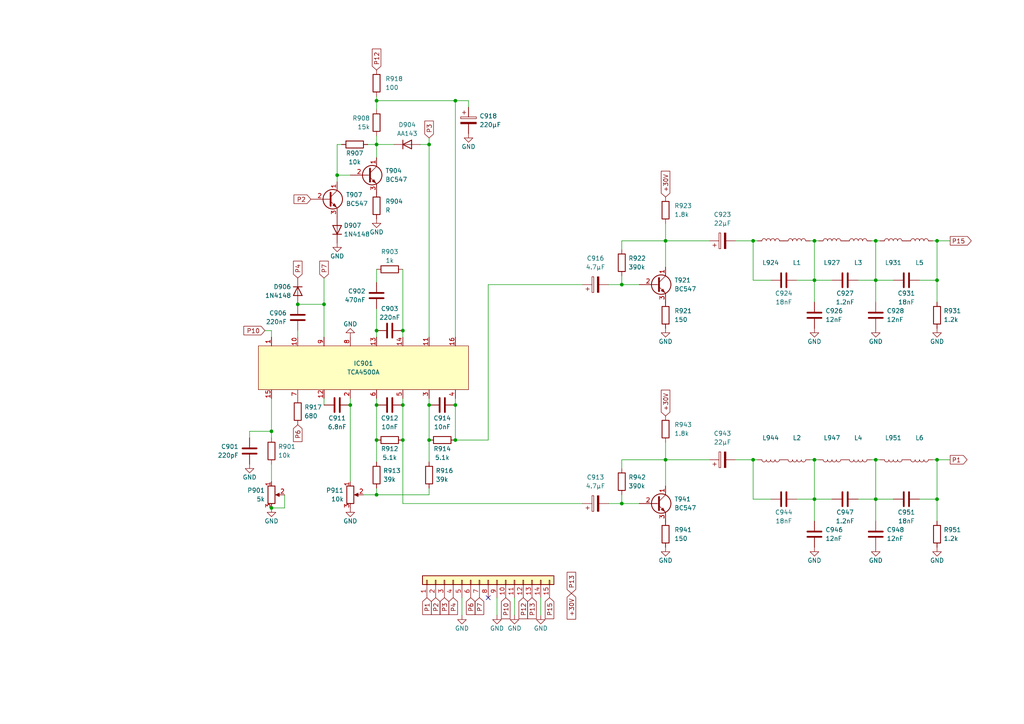
<source format=kicad_sch>
(kicad_sch (version 20211123) (generator eeschema)
  (paper "A4")
  (lib_symbols
    (symbol "Connector_Generic:Conn_01x15" (pin_names (offset 1.016) hide)
      (property "Reference" "J" (at 0 20.32 0))
      (property "Value" "Conn_01x15" (at 0 -20.32 0))
      (symbol "Conn_01x15_1_1"
        (rectangle (start -1.27 -17.653) (end 0 -17.907) (stroke (width 0.1524)))
        (rectangle (start -1.27 -15.113) (end 0 -15.367) (stroke (width 0.1524)))
        (rectangle (start -1.27 -12.573) (end 0 -12.827) (stroke (width 0.1524)))
        (rectangle (start -1.27 -10.033) (end 0 -10.287) (stroke (width 0.1524)))
        (rectangle (start -1.27 -7.493) (end 0 -7.747) (stroke (width 0.1524)))
        (rectangle (start -1.27 -4.953) (end 0 -5.207) (stroke (width 0.1524)))
        (rectangle (start -1.27 -2.413) (end 0 -2.667) (stroke (width 0.1524)))
        (rectangle (start -1.27 0.127) (end 0 -0.127) (stroke (width 0.1524)))
        (rectangle (start -1.27 2.667) (end 0 2.413) (stroke (width 0.1524)))
        (rectangle (start -1.27 5.207) (end 0 4.953) (stroke (width 0.1524)))
        (rectangle (start -1.27 7.747) (end 0 7.493) (stroke (width 0.1524)))
        (rectangle (start -1.27 10.287) (end 0 10.033) (stroke (width 0.1524)))
        (rectangle (start -1.27 12.827) (end 0 12.573) (stroke (width 0.1524)))
        (rectangle (start -1.27 15.367) (end 0 15.113) (stroke (width 0.1524)))
        (rectangle (start -1.27 17.907) (end 0 17.653) (stroke (width 0.1524)))
        (rectangle (start -1.27 19.05) (end 1.27 -19.05) (stroke (width 0.254)) (fill (type background)))
        (pin passive line (at -5.08 17.78 0) (length 3.81) (name "Pin_1") (number "1"))
        (pin passive line (at -5.08 -5.08 0) (length 3.81) (name "Pin_10") (number "10"))
        (pin passive line (at -5.08 -7.62 0) (length 3.81) (name "Pin_11") (number "11"))
        (pin passive line (at -5.08 -10.16 0) (length 3.81) (name "Pin_12") (number "12"))
        (pin passive line (at -5.08 -12.7 0) (length 3.81) (name "Pin_13") (number "13"))
        (pin passive line (at -5.08 -15.24 0) (length 3.81) (name "Pin_14") (number "14"))
        (pin passive line (at -5.08 -17.78 0) (length 3.81) (name "Pin_15") (number "15"))
        (pin passive line (at -5.08 15.24 0) (length 3.81) (name "Pin_2") (number "2"))
        (pin passive line (at -5.08 12.7 0) (length 3.81) (name "Pin_3") (number "3"))
        (pin passive line (at -5.08 10.16 0) (length 3.81) (name "Pin_4") (number "4"))
        (pin passive line (at -5.08 7.62 0) (length 3.81) (name "Pin_5") (number "5"))
        (pin passive line (at -5.08 5.08 0) (length 3.81) (name "Pin_6") (number "6"))
        (pin passive line (at -5.08 2.54 0) (length 3.81) (name "Pin_7") (number "7"))
        (pin passive line (at -5.08 0 0) (length 3.81) (name "Pin_8") (number "8"))
        (pin passive line (at -5.08 -2.54 0) (length 3.81) (name "Pin_9") (number "9"))
      )
    )
    (symbol "Device:C" (pin_numbers hide) (pin_names (offset 0.254))
      (property "Reference" "C" (at 0.635 2.54 0))
      (property "Value" "C" (at 0.635 -2.54 0))
      (symbol "C_0_1"
        (polyline (pts (xy -2.032 -0.762) (xy 2.032 -0.762)) (stroke (width 0.508)))
        (polyline (pts (xy -2.032 0.762) (xy 2.032 0.762)) (stroke (width 0.508)))
      )
      (symbol "C_1_1"
        (pin passive line (at 0 3.81 270) (length 2.794) (name "~") (number "1"))
        (pin passive line (at 0 -3.81 90) (length 2.794) (name "~") (number "2"))
      )
    )
    (symbol "Device:C_Polarized" (pin_numbers hide) (pin_names (offset 0.254))
      (property "Reference" "C" (at 0.635 2.54 0))
      (property "Value" "C_Polarized" (at 0.635 -2.54 0))
      (symbol "C_Polarized_0_1"
        (rectangle (start -2.286 0.508) (end 2.286 1.016))
        (polyline (pts (xy -1.778 2.286) (xy -0.762 2.286)))
        (polyline (pts (xy -1.27 2.794) (xy -1.27 1.778)))
        (rectangle (start 2.286 -0.508) (end -2.286 -1.016) (fill (type outline)))
      )
      (symbol "C_Polarized_1_1"
        (pin passive line (at 0 3.81 270) (length 2.794) (name "~") (number "1"))
        (pin passive line (at 0 -3.81 90) (length 2.794) (name "~") (number "2"))
      )
    )
    (symbol "Device:D" (pin_numbers hide) (pin_names (offset 1.016) hide)
      (property "Reference" "D" (at 0 2.54 0))
      (property "Value" "D" (at 0 -2.54 0))
      (symbol "D_0_1"
        (polyline (pts (xy -1.27 1.27) (xy -1.27 -1.27)) (stroke (width 0.254)))
        (polyline (pts (xy 1.27 0) (xy -1.27 0)))
        (polyline (pts (xy 1.27 1.27) (xy 1.27 -1.27) (xy -1.27 0) (xy 1.27 1.27)) (stroke (width 0.254)))
      )
      (symbol "D_1_1"
        (pin passive line (at -3.81 0 0) (length 2.54) (name "K") (number "1"))
        (pin passive line (at 3.81 0 180) (length 2.54) (name "A") (number "2"))
      )
    )
    (symbol "Device:L" (pin_numbers hide) (pin_names (offset 1.016) hide)
      (property "Reference" "L" (at -1.27 0 90))
      (property "Value" "L" (at 1.905 0 90))
      (symbol "L_0_1"
        (arc (start 0 -2.54) (mid 0.635 -1.905) (end 0 -1.27))
        (arc (start 0 -1.27) (mid 0.635 -0.635) (end 0 0))
        (arc (start 0 0) (mid 0.635 0.635) (end 0 1.27))
        (arc (start 0 1.27) (mid 0.635 1.905) (end 0 2.54))
      )
      (symbol "L_1_1"
        (pin passive line (at 0 3.81 270) (length 1.27) (name "1") (number "1"))
        (pin passive line (at 0 -3.81 90) (length 1.27) (name "2") (number "2"))
      )
    )
    (symbol "Device:R" (pin_numbers hide) (pin_names (offset 0))
      (property "Reference" "R" (at 2.032 0 90))
      (property "Value" "R" (at 0 0 90))
      (symbol "R_0_1"
        (rectangle (start -1.016 -2.54) (end 1.016 2.54) (stroke (width 0.254)))
      )
      (symbol "R_1_1"
        (pin passive line (at 0 3.81 270) (length 1.27) (name "~") (number "1"))
        (pin passive line (at 0 -3.81 90) (length 1.27) (name "~") (number "2"))
      )
    )
    (symbol "Device:R_Potentiometer" (pin_names (offset 1.016) hide)
      (property "Reference" "RV" (at -4.445 0 90))
      (property "Value" "R_Potentiometer" (at -2.54 0 90))
      (symbol "R_Potentiometer_0_1"
        (polyline (pts (xy 2.54 0) (xy 1.524 0)))
        (polyline (pts (xy 1.143 0) (xy 2.286 0.508) (xy 2.286 -0.508) (xy 1.143 0)) (fill (type outline)))
        (rectangle (start 1.016 2.54) (end -1.016 -2.54) (stroke (width 0.254)))
      )
      (symbol "R_Potentiometer_1_1"
        (pin passive line (at 0 3.81 270) (length 1.27) (name "1") (number "1"))
        (pin passive line (at 3.81 0 180) (length 1.27) (name "2") (number "2"))
        (pin passive line (at 0 -3.81 90) (length 1.27) (name "3") (number "3"))
      )
    )
    (symbol "Stereo-Decoder-Modul:TCA4500A"
      (property "Reference" "U" (at 3.81 -13.97 0))
      (property "Value" "TCA4500A" (at 0 0 0))
      (symbol "TCA4500A_0_1"
        (rectangle (start -30.48 6.35) (end 30.48 -6.35) (fill (type background)))
      )
      (symbol "TCA4500A_1_1"
        (pin input line (at -26.67 8.89 270) (length 2.54) (name "") (number "1"))
        (pin input line (at -19.05 8.89 270) (length 2.54) (name "") (number "10"))
        (pin input line (at 19.05 8.89 270) (length 2.54) (name "") (number "11"))
        (pin input line (at -11.43 -8.89 90) (length 2.54) (name "") (number "12"))
        (pin input line (at 3.81 8.89 270) (length 2.54) (name "") (number "13"))
        (pin input line (at 11.43 8.89 270) (length 2.54) (name "") (number "14"))
        (pin input line (at -26.67 -8.89 90) (length 2.54) (name "") (number "15"))
        (pin input line (at 26.67 8.89 270) (length 2.54) (name "") (number "16"))
        (pin input line (at -3.81 -8.89 90) (length 2.54) (name "") (number "2"))
        (pin input line (at 19.05 -8.89 90) (length 2.54) (name "") (number "3"))
        (pin input line (at 26.67 -8.89 90) (length 2.54) (name "") (number "4"))
        (pin input line (at 11.43 -8.89 90) (length 2.54) (name "") (number "5"))
        (pin input line (at 3.81 -8.89 90) (length 2.54) (name "") (number "6"))
        (pin input line (at -19.05 -8.89 90) (length 2.54) (name "") (number "7"))
        (pin input line (at -3.81 8.89 270) (length 2.54) (name "") (number "8"))
        (pin input line (at -11.43 8.89 270) (length 2.54) (name "") (number "9"))
      )
    )
    (symbol "Transistor_BJT:BC547" (pin_names (offset 0) hide)
      (property "Reference" "Q" (at 5.08 1.905 0))
      (property "Value" "BC547" (at 5.08 0 0))
      (symbol "BC547_0_1"
        (polyline (pts (xy 0 0) (xy 0.635 0)))
        (polyline (pts (xy 0.635 0.635) (xy 2.54 2.54)))
        (polyline (pts (xy 0.635 -0.635) (xy 2.54 -2.54) (xy 2.54 -2.54)))
        (polyline (pts (xy 0.635 1.905) (xy 0.635 -1.905) (xy 0.635 -1.905)) (stroke (width 0.508)))
        (polyline (pts (xy 1.27 -1.778) (xy 1.778 -1.27) (xy 2.286 -2.286) (xy 1.27 -1.778) (xy 1.27 -1.778)) (fill (type outline)))
        (circle (center 1.27 0) (radius 2.8194) (stroke (width 0.254)))
      )
      (symbol "BC547_1_1"
        (pin passive line (at 2.54 5.08 270) (length 2.54) (name "C") (number "1"))
        (pin input line (at -5.08 0 0) (length 5.08) (name "B") (number "2"))
        (pin passive line (at 2.54 -5.08 90) (length 2.54) (name "E") (number "3"))
      )
    )
    (symbol "power:GND" (power) (pin_names (offset 0))
      (property "Value" "GND" (at 0 -3.81 0))
      (symbol "GND_0_1"
        (polyline (pts (xy 0 0) (xy 0 -1.27) (xy 1.27 -1.27) (xy 0 -2.54) (xy -1.27 -1.27) (xy 0 -1.27)))
      )
      (symbol "GND_1_1"
        (pin power_in line (at 0 0 270) (length 0) hide (name "GND") (number "1"))
      )
    )
  )
  (junction (at 109.22 41.91))
  (junction (at 236.22 81.28))
  (junction (at 180.34 82.55))
  (junction (at 109.22 127.635))
  (junction (at 124.46 117.475))
  (junction (at 193.04 69.85))
  (junction (at 116.84 117.475))
  (junction (at 254 133.35))
  (junction (at 271.78 81.28))
  (junction (at 254 69.85))
  (junction (at 109.22 143.51))
  (junction (at 116.84 127.635))
  (junction (at 236.22 133.35))
  (junction (at 124.46 127.635))
  (junction (at 271.78 69.85))
  (junction (at 218.44 69.85))
  (junction (at 116.84 95.885))
  (junction (at 193.04 133.35))
  (junction (at 254 81.28))
  (junction (at 271.78 133.35))
  (junction (at 78.74 125.095))
  (junction (at 132.08 29.21))
  (junction (at 109.22 95.885))
  (junction (at 271.78 144.78))
  (junction (at 180.34 146.05))
  (junction (at 109.22 29.21))
  (junction (at 97.79 50.8))
  (junction (at 236.22 144.78))
  (junction (at 132.08 127.635))
  (junction (at 236.22 69.85))
  (junction (at 218.44 133.35))
  (junction (at 86.36 88.265))
  (junction (at 93.98 88.265))
  (junction (at 78.74 147.32))
  (junction (at 101.6 117.475))
  (junction (at 124.46 41.91))
  (junction (at 254 144.78))
  (junction (at 132.08 117.475))
  (junction (at 109.22 117.475))
  (no_connect (at 141.605 173.355))
  (wire (pts (xy 78.74 95.885) (xy 78.74 97.79)))
  (wire (pts (xy 121.92 41.91) (xy 124.46 41.91)))
  (wire (pts (xy 266.7 144.78) (xy 271.78 144.78)))
  (wire (pts (xy 97.79 50.8) (xy 97.79 52.705)))
  (wire (pts (xy 236.22 69.85) (xy 236.22 81.28)))
  (wire (pts (xy 176.53 82.55) (xy 180.34 82.55)))
  (wire (pts (xy 72.39 125.095) (xy 78.74 125.095)))
  (wire (pts (xy 231.14 81.28) (xy 236.22 81.28)))
  (wire (pts (xy 116.84 95.885) (xy 116.84 97.79)))
  (wire (pts (xy 86.36 95.885) (xy 86.36 97.79)))
  (wire (pts (xy 106.68 41.91) (xy 109.22 41.91)))
  (wire (pts (xy 180.34 69.85) (xy 180.34 72.39)))
  (wire (pts (xy 141.605 127.635) (xy 141.605 82.55)))
  (wire (pts (xy 132.08 115.57) (xy 132.08 117.475)))
  (wire (pts (xy 236.22 81.28) (xy 236.22 87.63)))
  (wire (pts (xy 149.225 173.355) (xy 149.225 178.435)))
  (wire (pts (xy 72.39 127) (xy 72.39 125.095)))
  (wire (pts (xy 116.84 146.05) (xy 168.91 146.05)))
  (wire (pts (xy 180.34 133.35) (xy 193.04 133.35)))
  (wire (pts (xy 78.74 125.095) (xy 78.74 127)))
  (wire (pts (xy 218.44 133.35) (xy 218.44 144.78)))
  (wire (pts (xy 236.22 81.28) (xy 241.3 81.28)))
  (wire (pts (xy 109.22 41.91) (xy 109.22 45.72)))
  (wire (pts (xy 271.78 144.78) (xy 271.78 151.13)))
  (wire (pts (xy 271.78 69.85) (xy 271.78 81.28)))
  (wire (pts (xy 101.6 115.57) (xy 101.6 117.475)))
  (wire (pts (xy 105.41 143.51) (xy 109.22 143.51)))
  (wire (pts (xy 109.22 89.535) (xy 109.22 95.885)))
  (wire (pts (xy 254 133.35) (xy 255.27 133.35)))
  (wire (pts (xy 101.6 117.475) (xy 101.6 139.7)))
  (wire (pts (xy 254 81.28) (xy 259.08 81.28)))
  (wire (pts (xy 180.34 69.85) (xy 193.04 69.85)))
  (wire (pts (xy 176.53 146.05) (xy 180.34 146.05)))
  (wire (pts (xy 97.79 50.8) (xy 97.79 41.91)))
  (wire (pts (xy 252.73 133.35) (xy 254 133.35)))
  (wire (pts (xy 109.22 115.57) (xy 109.22 117.475)))
  (wire (pts (xy 109.22 39.37) (xy 109.22 41.91)))
  (wire (pts (xy 271.78 81.28) (xy 271.78 87.63)))
  (wire (pts (xy 124.46 97.79) (xy 124.46 41.91)))
  (wire (pts (xy 109.22 117.475) (xy 109.22 127.635)))
  (wire (pts (xy 141.605 82.55) (xy 168.91 82.55)))
  (wire (pts (xy 124.46 40.005) (xy 124.46 41.91)))
  (wire (pts (xy 236.22 133.35) (xy 237.49 133.35)))
  (wire (pts (xy 144.145 173.355) (xy 144.145 178.435)))
  (wire (pts (xy 254 144.78) (xy 259.08 144.78)))
  (wire (pts (xy 234.95 133.35) (xy 236.22 133.35)))
  (wire (pts (xy 116.84 115.57) (xy 116.84 117.475)))
  (wire (pts (xy 116.84 78.105) (xy 116.84 95.885)))
  (wire (pts (xy 193.04 133.35) (xy 205.74 133.35)))
  (wire (pts (xy 109.22 41.91) (xy 114.3 41.91)))
  (wire (pts (xy 82.55 143.51) (xy 82.55 147.32)))
  (wire (pts (xy 252.73 69.85) (xy 254 69.85)))
  (wire (pts (xy 234.95 69.85) (xy 236.22 69.85)))
  (wire (pts (xy 109.22 127.635) (xy 109.22 133.985)))
  (wire (pts (xy 271.78 69.85) (xy 275.59 69.85)))
  (wire (pts (xy 218.44 69.85) (xy 218.44 81.28)))
  (wire (pts (xy 271.78 133.35) (xy 275.59 133.35)))
  (wire (pts (xy 213.36 133.35) (xy 218.44 133.35)))
  (wire (pts (xy 93.98 88.265) (xy 93.98 97.79)))
  (wire (pts (xy 270.51 133.35) (xy 271.78 133.35)))
  (wire (pts (xy 109.22 95.885) (xy 109.22 97.79)))
  (wire (pts (xy 193.04 133.35) (xy 193.04 140.97)))
  (wire (pts (xy 93.98 115.57) (xy 93.98 117.475)))
  (wire (pts (xy 124.46 115.57) (xy 124.46 117.475)))
  (wire (pts (xy 193.04 64.77) (xy 193.04 69.85)))
  (wire (pts (xy 116.84 127.635) (xy 116.84 146.05)))
  (wire (pts (xy 97.79 41.91) (xy 99.06 41.91)))
  (wire (pts (xy 180.34 82.55) (xy 185.42 82.55)))
  (wire (pts (xy 180.34 80.01) (xy 180.34 82.55)))
  (wire (pts (xy 109.22 29.21) (xy 132.08 29.21)))
  (wire (pts (xy 93.98 80.645) (xy 93.98 88.265)))
  (wire (pts (xy 124.46 127.635) (xy 124.46 133.985)))
  (wire (pts (xy 78.74 134.62) (xy 78.74 139.7)))
  (wire (pts (xy 254 69.85) (xy 254 81.28)))
  (wire (pts (xy 213.36 69.85) (xy 218.44 69.85)))
  (wire (pts (xy 193.04 128.27) (xy 193.04 133.35)))
  (wire (pts (xy 116.84 117.475) (xy 116.84 127.635)))
  (wire (pts (xy 180.34 133.35) (xy 180.34 135.89)))
  (wire (pts (xy 132.08 127.635) (xy 141.605 127.635)))
  (wire (pts (xy 109.22 27.94) (xy 109.22 29.21)))
  (wire (pts (xy 180.34 143.51) (xy 180.34 146.05)))
  (wire (pts (xy 270.51 69.85) (xy 271.78 69.85)))
  (wire (pts (xy 271.78 133.35) (xy 271.78 144.78)))
  (wire (pts (xy 156.845 173.355) (xy 156.845 178.435)))
  (wire (pts (xy 101.6 50.8) (xy 97.79 50.8)))
  (wire (pts (xy 223.52 81.28) (xy 218.44 81.28)))
  (wire (pts (xy 218.44 144.78) (xy 223.52 144.78)))
  (wire (pts (xy 135.89 29.21) (xy 132.08 29.21)))
  (wire (pts (xy 78.74 115.57) (xy 78.74 125.095)))
  (wire (pts (xy 231.14 144.78) (xy 236.22 144.78)))
  (wire (pts (xy 86.36 88.265) (xy 93.98 88.265)))
  (wire (pts (xy 236.22 69.85) (xy 237.49 69.85)))
  (wire (pts (xy 133.985 173.355) (xy 133.985 178.435)))
  (wire (pts (xy 254 144.78) (xy 254 151.13)))
  (wire (pts (xy 254 69.85) (xy 255.27 69.85)))
  (wire (pts (xy 124.46 141.605) (xy 124.46 143.51)))
  (wire (pts (xy 236.22 144.78) (xy 236.22 151.13)))
  (wire (pts (xy 109.22 141.605) (xy 109.22 143.51)))
  (wire (pts (xy 124.46 117.475) (xy 124.46 127.635)))
  (wire (pts (xy 218.44 69.85) (xy 219.71 69.85)))
  (wire (pts (xy 132.08 117.475) (xy 132.08 127.635)))
  (wire (pts (xy 254 81.28) (xy 254 87.63)))
  (wire (pts (xy 248.92 144.78) (xy 254 144.78)))
  (wire (pts (xy 218.44 133.35) (xy 219.71 133.35)))
  (wire (pts (xy 109.22 78.105) (xy 109.22 81.915)))
  (wire (pts (xy 109.22 29.21) (xy 109.22 31.75)))
  (wire (pts (xy 236.22 133.35) (xy 236.22 144.78)))
  (wire (pts (xy 82.55 147.32) (xy 78.74 147.32)))
  (wire (pts (xy 193.04 69.85) (xy 193.04 77.47)))
  (wire (pts (xy 76.835 95.885) (xy 78.74 95.885)))
  (wire (pts (xy 135.89 31.115) (xy 135.89 29.21)))
  (wire (pts (xy 236.22 144.78) (xy 241.3 144.78)))
  (wire (pts (xy 248.92 81.28) (xy 254 81.28)))
  (wire (pts (xy 193.04 69.85) (xy 205.74 69.85)))
  (wire (pts (xy 132.08 29.21) (xy 132.08 97.79)))
  (wire (pts (xy 180.34 146.05) (xy 185.42 146.05)))
  (wire (pts (xy 266.7 81.28) (xy 271.78 81.28)))
  (wire (pts (xy 254 133.35) (xy 254 144.78)))
  (wire (pts (xy 109.22 143.51) (xy 124.46 143.51)))
  (global_label "P7" (shape input) (at 139.065 173.355 270) (property "Intersheet References" "${INTERSHEET_REFS}" (effects hide)))
  (global_label "P10" (shape input) (at 146.685 173.355 270) (property "Intersheet References" "${INTERSHEET_REFS}" (effects hide)))
  (global_label "P3" (shape input) (at 128.905 173.355 270) (property "Intersheet References" "${INTERSHEET_REFS}" (effects hide)))
  (global_label "P4" (shape input) (at 131.445 173.355 270) (property "Intersheet References" "${INTERSHEET_REFS}" (effects hide)))
  (global_label "P13" (shape input) (at 165.735 172.085 90) (property "Intersheet References" "${INTERSHEET_REFS}" (effects hide)))
  (global_label "P6" (shape input) (at 86.36 123.19 270) (property "Intersheet References" "${INTERSHEET_REFS}" (effects hide)))
  (global_label "P15" (shape input) (at 159.385 173.355 270) (property "Intersheet References" "${INTERSHEET_REFS}" (effects hide)))
  (global_label "P2" (shape input) (at 126.365 173.355 270) (property "Intersheet References" "${INTERSHEET_REFS}" (effects hide)))
  (global_label "P7" (shape input) (at 93.98 80.645 90) (property "Intersheet References" "${INTERSHEET_REFS}" (effects hide)))
  (global_label "+30V" (shape input) (at 165.735 172.085 270) (property "Intersheet References" "${INTERSHEET_REFS}" (effects hide)))
  (global_label "+30V" (shape input) (at 193.04 57.15 90) (property "Intersheet References" "${INTERSHEET_REFS}" (effects hide)))
  (global_label "P3" (shape input) (at 124.46 40.005 90) (property "Intersheet References" "${INTERSHEET_REFS}" (effects hide)))
  (global_label "P15" (shape output) (at 275.59 69.85 0) (property "Intersheet References" "${INTERSHEET_REFS}" (effects hide)))
  (global_label "P10" (shape input) (at 76.835 95.885 180) (property "Intersheet References" "${INTERSHEET_REFS}" (effects hide)))
  (global_label "P12" (shape input) (at 151.765 173.355 270) (property "Intersheet References" "${INTERSHEET_REFS}" (effects hide)))
  (global_label "P12" (shape input) (at 109.22 20.32 90) (property "Intersheet References" "${INTERSHEET_REFS}" (effects hide)))
  (global_label "+30V" (shape input) (at 193.04 120.65 90) (property "Intersheet References" "${INTERSHEET_REFS}" (effects hide)))
  (global_label "P1" (shape input) (at 123.825 173.355 270) (property "Intersheet References" "${INTERSHEET_REFS}" (effects hide)))
  (global_label "P6" (shape input) (at 136.525 173.355 270) (property "Intersheet References" "${INTERSHEET_REFS}" (effects hide)))
  (global_label "P13" (shape input) (at 154.305 173.355 270) (property "Intersheet References" "${INTERSHEET_REFS}" (effects hide)))
  (global_label "P4" (shape input) (at 86.36 80.645 90) (property "Intersheet References" "${INTERSHEET_REFS}" (effects hide)))
  (global_label "P1" (shape output) (at 275.59 133.35 0) (property "Intersheet References" "${INTERSHEET_REFS}" (effects hide)))
  (global_label "P2" (shape input) (at 90.17 57.785 180) (property "Intersheet References" "${INTERSHEET_REFS}" (effects hide)))
  (symbol (lib_id "Connector_Generic:Conn_01x15") (at 141.605 168.275 90) (unit 1)
    (property "Reference" "J1" (effects hide))
    (property "Value" "Conn_01x15" (effects hide))
    (property "Footprint" "Stereo-Decoder-Modul:Connector_01x15_5mm" (effects hide))
  )
  (symbol (lib_id "Device:C") (at 72.39 130.81 180) (unit 1)
    (property "Reference" "C901" (at 69.215 129.54 0) (effects (justify left)))
    (property "Value" "220pF" (at 69.215 132.08 0) (effects (justify left)))
    (property "Footprint" "Capacitor_THT:C_Rect_L7.2mm_W3.0mm_P5.00mm_FKS2_FKP2_MKS2_MKP2" (effects hide))
  )
  (symbol (lib_id "Device:R_Potentiometer") (at 78.74 143.51 0) (unit 1)
    (property "Reference" "P901" (at 76.835 142.2399 0) (effects (justify right)))
    (property "Value" "5k" (at 76.835 144.7799 0) (effects (justify right)))
    (property "Footprint" "Potentiometer_THT:Potentiometer_Piher_PT-10-H01_Horizontal" (effects hide))
  )
  (symbol (lib_id "Device:C") (at 245.11 81.28 90) (unit 1)
    (property "Reference" "C927" (at 245.11 85.09 90))
    (property "Value" "1.2nF" (at 245.11 87.63 90))
    (property "Footprint" "Capacitor_THT:C_Rect_L10.0mm_W3.0mm_P7.50mm_MKS4" (effects hide))
  )
  (symbol (lib_id "Device:C") (at 97.79 117.475 90) (unit 1)
    (property "Reference" "C911" (at 97.79 121.285 90))
    (property "Value" "6.8nF" (at 97.79 123.825 90))
    (property "Footprint" "Capacitor_THT:C_Rect_L7.2mm_W3.0mm_P5.00mm_FKS2_FKP2_MKS2_MKP2" (effects hide))
  )
  (symbol (lib_id "Device:L") (at 231.14 69.85 270) (mirror x) (unit 1)
    (property "Reference" "L1" (at 231.14 76.2 90))
    (property "Value" "3.3mH-4.7mH" (effects hide))
    (property "Footprint" "Inductor_THT:L_Axial_L11.0mm_D4.5mm_P5.08mm_Vertical_Fastron_MECC" (effects hide))
  )
  (symbol (lib_id "power:GND") (at 78.74 147.32 0) (unit 1)
    (property "Reference" "#PWR0102" (effects hide))
    (property "Value" "GND" (at 78.74 151.13 0))
  )
  (symbol (lib_id "Device:C_Polarized") (at 172.72 82.55 90) (unit 1)
    (property "Reference" "C916" (at 172.72 74.93 90))
    (property "Value" "4.7µF" (at 172.72 77.47 90))
    (property "Footprint" "Capacitor_THT:C_Rect_L7.2mm_W7.2mm_P5.00mm_FKS2_FKP2_MKS2_MKP2" (effects hide))
  )
  (symbol (lib_id "Device:L") (at 223.52 69.85 270) (mirror x) (unit 1)
    (property "Reference" "L924" (at 223.52 76.2 90))
    (property "Value" "3.3mH-4.7mH" (effects hide))
    (property "Footprint" "Inductor_THT:L_Axial_L11.0mm_D4.5mm_P5.08mm_Vertical_Fastron_MECC" (effects hide))
  )
  (symbol (lib_id "Device:C_Polarized") (at 209.55 133.35 90) (unit 1)
    (property "Reference" "C943" (at 209.55 125.73 90))
    (property "Value" "22µF" (at 209.55 128.27 90))
    (property "Footprint" "Capacitor_THT:CP_Radial_D5.0mm_P2.00mm" (effects hide))
  )
  (symbol (lib_id "Device:D") (at 97.79 66.675 90) (unit 1)
    (property "Reference" "D907" (at 99.695 65.405 90) (effects (justify right)))
    (property "Value" "1N4148" (at 99.695 67.945 90) (effects (justify right)))
    (property "Footprint" "Diode_THT:D_DO-35_SOD27_P5.08mm_Vertical_AnodeUp" (effects hide))
  )
  (symbol (lib_id "power:GND") (at 149.225 178.435 0) (unit 1)
    (property "Reference" "#PWR0123" (effects hide))
    (property "Value" "GND" (at 149.225 182.245 0))
  )
  (symbol (lib_id "Transistor_BJT:BC547") (at 106.68 50.8 0) (unit 1)
    (property "Reference" "T904" (at 111.76 49.5299 0) (effects (justify left)))
    (property "Value" "BC547" (at 111.76 52.0699 0) (effects (justify left)))
    (property "Footprint" "Package_TO_SOT_THT:TO-92_Wide" (effects hide))
    (property "Datasheet" "https://www.onsemi.com/pub/Collateral/BC550-D.pdf" (effects hide))
  )
  (symbol (lib_id "Device:L") (at 223.52 133.35 90) (mirror x) (unit 1)
    (property "Reference" "L944" (at 223.52 127 90))
    (property "Value" "3.3mH-4.7mH" (effects hide))
    (property "Footprint" "Inductor_THT:L_Axial_L11.0mm_D4.5mm_P5.08mm_Vertical_Fastron_MECC" (effects hide))
  )
  (symbol (lib_id "Device:C_Polarized") (at 172.72 146.05 90) (unit 1)
    (property "Reference" "C913" (at 172.72 138.43 90))
    (property "Value" "4.7µF" (at 172.72 140.97 90))
    (property "Footprint" "Capacitor_THT:C_Rect_L7.2mm_W7.2mm_P5.00mm_FKS2_FKP2_MKS2_MKP2" (effects hide))
  )
  (symbol (lib_id "Device:C") (at 113.03 95.885 90) (unit 1)
    (property "Reference" "C903" (at 113.03 89.535 90))
    (property "Value" "220nF" (at 113.03 92.075 90))
    (property "Footprint" "Capacitor_THT:C_Rect_L7.2mm_W3.0mm_P5.00mm_FKS2_FKP2_MKS2_MKP2" (effects hide))
  )
  (symbol (lib_id "power:GND") (at 72.39 134.62 0) (unit 1)
    (property "Reference" "#PWR0101" (effects hide))
    (property "Value" "GND" (at 72.39 138.43 0))
  )
  (symbol (lib_id "Device:R") (at 271.78 91.44 0) (unit 1)
    (property "Reference" "R931" (at 273.685 90.17 0) (effects (justify left)))
    (property "Value" "1.2k" (at 273.685 92.71 0) (effects (justify left)))
    (property "Footprint" "Resistor_THT:R_Axial_DIN0207_L6.3mm_D2.5mm_P5.08mm_Vertical" (effects hide))
  )
  (symbol (lib_id "Transistor_BJT:BC547") (at 190.5 146.05 0) (unit 1)
    (property "Reference" "T941" (at 195.58 144.7799 0) (effects (justify left)))
    (property "Value" "BC547" (at 195.58 147.3199 0) (effects (justify left)))
    (property "Footprint" "Package_TO_SOT_THT:TO-92_Wide" (effects hide))
    (property "Datasheet" "https://www.onsemi.com/pub/Collateral/BC550-D.pdf" (effects hide))
  )
  (symbol (lib_id "Device:C") (at 262.89 81.28 90) (unit 1)
    (property "Reference" "C931" (at 262.89 85.09 90))
    (property "Value" "18nF" (at 262.89 87.63 90))
    (property "Footprint" "Capacitor_THT:C_Rect_L10.0mm_W3.0mm_P7.50mm_MKS4" (effects hide))
  )
  (symbol (lib_id "Device:L") (at 266.7 133.35 90) (mirror x) (unit 1)
    (property "Reference" "L6" (at 266.7 127 90))
    (property "Value" "3.3mH-4.7mH" (effects hide))
    (property "Footprint" "Inductor_THT:L_Axial_L11.0mm_D4.5mm_P5.08mm_Vertical_Fastron_MECC" (effects hide))
  )
  (symbol (lib_id "Device:C") (at 262.89 144.78 90) (unit 1)
    (property "Reference" "C951" (at 262.89 148.59 90))
    (property "Value" "18nF" (at 262.89 151.13 90))
    (property "Footprint" "Capacitor_THT:C_Rect_L10.0mm_W3.0mm_P7.50mm_MKS4" (effects hide))
  )
  (symbol (lib_id "Device:R") (at 271.78 154.94 0) (unit 1)
    (property "Reference" "R951" (at 273.685 153.67 0) (effects (justify left)))
    (property "Value" "1.2k" (at 273.685 156.21 0) (effects (justify left)))
    (property "Footprint" "Resistor_THT:R_Axial_DIN0207_L6.3mm_D2.5mm_P5.08mm_Vertical" (effects hide))
  )
  (symbol (lib_id "power:GND") (at 236.22 158.75 0) (unit 1)
    (property "Reference" "#PWR0111" (effects hide))
    (property "Value" "GND" (at 236.22 162.56 0))
  )
  (symbol (lib_id "Device:C") (at 236.22 91.44 0) (unit 1)
    (property "Reference" "C926" (at 239.395 90.17 0) (effects (justify left)))
    (property "Value" "12nF" (at 239.395 92.71 0) (effects (justify left)))
    (property "Footprint" "Capacitor_THT:C_Rect_L10.0mm_W3.0mm_P7.50mm_MKS4" (effects hide))
  )
  (symbol (lib_id "Transistor_BJT:BC547") (at 190.5 82.55 0) (unit 1)
    (property "Reference" "T921" (at 195.58 81.2799 0) (effects (justify left)))
    (property "Value" "BC547" (at 195.58 83.8199 0) (effects (justify left)))
    (property "Footprint" "Package_TO_SOT_THT:TO-92_Wide" (effects hide))
    (property "Datasheet" "https://www.onsemi.com/pub/Collateral/BC550-D.pdf" (effects hide))
  )
  (symbol (lib_id "power:GND") (at 236.22 95.25 0) (unit 1)
    (property "Reference" "#PWR0113" (effects hide))
    (property "Value" "GND" (at 236.22 99.06 0))
  )
  (symbol (lib_id "power:GND") (at 101.6 147.32 0) (unit 1)
    (property "Reference" "#PWR0103" (effects hide))
    (property "Value" "GND" (at 101.6 151.13 0))
  )
  (symbol (lib_id "Device:R_Potentiometer") (at 101.6 143.51 0) (unit 1)
    (property "Reference" "P911" (at 99.695 142.2399 0) (effects (justify right)))
    (property "Value" "10k" (at 99.695 144.7799 0) (effects (justify right)))
    (property "Footprint" "Potentiometer_THT:Potentiometer_Piher_PT-10-H01_Horizontal" (effects hide))
  )
  (symbol (lib_id "power:GND") (at 144.145 178.435 0) (unit 1)
    (property "Reference" "#PWR0124" (effects hide))
    (property "Value" "GND" (at 144.145 182.245 0))
  )
  (symbol (lib_id "Device:C") (at 236.22 154.94 0) (unit 1)
    (property "Reference" "C946" (at 239.395 153.67 0) (effects (justify left)))
    (property "Value" "12nF" (at 239.395 156.21 0) (effects (justify left)))
    (property "Footprint" "Capacitor_THT:C_Rect_L10.0mm_W3.0mm_P7.50mm_MKS4" (effects hide))
  )
  (symbol (lib_id "power:GND") (at 254 158.75 0) (unit 1)
    (property "Reference" "#PWR0110" (effects hide))
    (property "Value" "GND" (at 254 162.56 0))
  )
  (symbol (lib_id "Device:C") (at 128.27 117.475 90) (unit 1)
    (property "Reference" "C914" (at 128.27 121.285 90))
    (property "Value" "10nF" (at 128.27 123.825 90))
    (property "Footprint" "Capacitor_THT:C_Rect_L10.0mm_W3.0mm_P7.50mm_MKS4" (effects hide))
  )
  (symbol (lib_id "Device:R") (at 102.87 41.91 90) (unit 1)
    (property "Reference" "R907" (at 102.87 44.45 90))
    (property "Value" "10k" (at 102.87 46.99 90))
    (property "Footprint" "Resistor_THT:R_Axial_DIN0207_L6.3mm_D2.5mm_P5.08mm_Vertical" (effects hide))
  )
  (symbol (lib_id "Stereo-Decoder-Modul:TCA4500A") (at 105.41 106.68 0) (unit 1)
    (property "Reference" "IC901" (at 105.41 105.41 0))
    (property "Value" "TCA4500A" (at 105.41 107.95 0))
    (property "Footprint" "Package_DIP:DIP-16_W7.62mm_LongPads" (effects hide))
  )
  (symbol (lib_id "power:GND") (at 271.78 95.25 0) (unit 1)
    (property "Reference" "#PWR0115" (effects hide))
    (property "Value" "GND" (at 271.78 99.06 0))
  )
  (symbol (lib_id "Device:R") (at 193.04 91.44 180) (unit 1)
    (property "Reference" "R921" (at 195.58 90.1699 0) (effects (justify right)))
    (property "Value" "150" (at 195.58 92.7099 0) (effects (justify right)))
    (property "Footprint" "Resistor_THT:R_Axial_DIN0207_L6.3mm_D2.5mm_P5.08mm_Vertical" (effects hide))
  )
  (symbol (lib_id "Device:L") (at 248.92 133.35 90) (mirror x) (unit 1)
    (property "Reference" "L4" (at 248.92 127 90))
    (property "Value" "3.3mH-4.7mH" (effects hide))
    (property "Footprint" "Inductor_THT:L_Axial_L11.0mm_D4.5mm_P5.08mm_Vertical_Fastron_MECC" (effects hide))
  )
  (symbol (lib_id "power:GND") (at 193.04 158.75 0) (unit 1)
    (property "Reference" "#PWR0109" (effects hide))
    (property "Value" "GND" (at 193.04 162.56 0))
  )
  (symbol (lib_id "Device:R") (at 193.04 154.94 180) (unit 1)
    (property "Reference" "R941" (at 195.58 153.6699 0) (effects (justify right)))
    (property "Value" "150" (at 195.58 156.2099 0) (effects (justify right)))
    (property "Footprint" "Resistor_THT:R_Axial_DIN0207_L6.3mm_D2.5mm_P5.08mm_Vertical" (effects hide))
  )
  (symbol (lib_id "Device:R") (at 193.04 60.96 180) (unit 1)
    (property "Reference" "R923" (at 195.58 59.6899 0) (effects (justify right)))
    (property "Value" "1.8k" (at 195.58 62.2299 0) (effects (justify right)))
    (property "Footprint" "Resistor_THT:R_Axial_DIN0207_L6.3mm_D2.5mm_P5.08mm_Vertical" (effects hide))
  )
  (symbol (lib_id "Device:C") (at 227.33 144.78 90) (unit 1)
    (property "Reference" "C944" (at 227.33 148.59 90))
    (property "Value" "18nF" (at 227.33 151.13 90))
    (property "Footprint" "Capacitor_THT:C_Rect_L10.0mm_W3.0mm_P7.50mm_MKS4" (effects hide))
  )
  (symbol (lib_id "power:GND") (at 135.89 38.735 0) (unit 1)
    (property "Reference" "#PWR0104" (effects hide))
    (property "Value" "GND" (at 135.89 42.545 0))
  )
  (symbol (lib_id "power:GND") (at 156.845 178.435 0) (unit 1)
    (property "Reference" "#PWR0125" (effects hide))
    (property "Value" "GND" (at 156.845 182.245 0))
  )
  (symbol (lib_id "power:GND") (at 271.78 158.75 0) (unit 1)
    (property "Reference" "#PWR0112" (effects hide))
    (property "Value" "GND" (at 271.78 162.56 0))
  )
  (symbol (lib_id "Device:C") (at 109.22 85.725 0) (unit 1)
    (property "Reference" "C902" (at 106.045 84.455 0) (effects (justify right)))
    (property "Value" "470nF" (at 106.045 86.995 0) (effects (justify right)))
    (property "Footprint" "Capacitor_THT:C_Rect_L7.2mm_W3.0mm_P5.00mm_FKS2_FKP2_MKS2_MKP2" (effects hide))
  )
  (symbol (lib_id "Device:L") (at 259.08 133.35 90) (mirror x) (unit 1)
    (property "Reference" "L951" (at 259.08 127 90))
    (property "Value" "3.3mH-4.7mH" (effects hide))
    (property "Footprint" "Inductor_THT:L_Axial_L11.0mm_D4.5mm_P5.08mm_Vertical_Fastron_MECC" (effects hide))
  )
  (symbol (lib_id "Device:C") (at 113.03 117.475 270) (unit 1)
    (property "Reference" "C912" (at 113.03 121.285 90))
    (property "Value" "10nF" (at 113.03 123.825 90))
    (property "Footprint" "Capacitor_THT:C_Rect_L10.0mm_W3.0mm_P7.50mm_MKS4" (effects hide))
  )
  (symbol (lib_id "Device:C_Polarized") (at 209.55 69.85 90) (unit 1)
    (property "Reference" "C923" (at 209.55 62.23 90))
    (property "Value" "22µF" (at 209.55 64.77 90))
    (property "Footprint" "Capacitor_THT:CP_Radial_D5.0mm_P2.00mm" (effects hide))
  )
  (symbol (lib_id "Device:L") (at 231.14 133.35 90) (mirror x) (unit 1)
    (property "Reference" "L2" (at 231.14 127 90))
    (property "Value" "3.3mH-4.7mH" (effects hide))
    (property "Footprint" "Inductor_THT:L_Axial_L11.0mm_D4.5mm_P5.08mm_Vertical_Fastron_MECC" (effects hide))
  )
  (symbol (lib_id "Transistor_BJT:BC547") (at 95.25 57.785 0) (unit 1)
    (property "Reference" "T907" (at 100.33 56.5149 0) (effects (justify left)))
    (property "Value" "BC547" (at 100.33 59.0549 0) (effects (justify left)))
    (property "Footprint" "Package_TO_SOT_THT:TO-92_Wide" (effects hide))
    (property "Datasheet" "https://www.onsemi.com/pub/Collateral/BC550-D.pdf" (effects hide))
  )
  (symbol (lib_id "Device:R") (at 78.74 130.81 0) (unit 1)
    (property "Reference" "R901" (at 80.645 129.54 0) (effects (justify left)))
    (property "Value" "10k" (at 80.645 132.08 0) (effects (justify left)))
    (property "Footprint" "Resistor_THT:R_Axial_DIN0207_L6.3mm_D2.5mm_P5.08mm_Vertical" (effects hide))
  )
  (symbol (lib_id "Device:L") (at 241.3 69.85 270) (mirror x) (unit 1)
    (property "Reference" "L927" (at 241.3 76.2 90))
    (property "Value" "3.3mH-4.7mH" (effects hide))
    (property "Footprint" "Inductor_THT:L_Axial_L11.0mm_D4.5mm_P5.08mm_Vertical_Fastron_MECC" (effects hide))
  )
  (symbol (lib_id "Device:D") (at 86.36 84.455 270) (unit 1)
    (property "Reference" "D906" (at 84.455 83.185 90) (effects (justify right)))
    (property "Value" "1N4148" (at 84.455 85.725 90) (effects (justify right)))
    (property "Footprint" "Diode_THT:D_DO-35_SOD27_P5.08mm_Vertical_AnodeUp" (effects hide))
  )
  (symbol (lib_id "power:GND") (at 193.04 95.25 0) (unit 1)
    (property "Reference" "#PWR0108" (effects hide))
    (property "Value" "GND" (at 193.04 99.06 0))
  )
  (symbol (lib_id "Device:D") (at 118.11 41.91 0) (unit 1)
    (property "Reference" "D904" (at 118.11 36.195 0))
    (property "Value" "AA143" (at 118.11 38.735 0))
    (property "Footprint" "Diode_THT:D_DO-35_SOD27_P5.08mm_Vertical_AnodeUp" (effects hide))
  )
  (symbol (lib_id "Device:C") (at 245.11 144.78 90) (unit 1)
    (property "Reference" "C947" (at 245.11 148.59 90))
    (property "Value" "1.2nF" (at 245.11 151.13 90))
    (property "Footprint" "Capacitor_THT:C_Rect_L10.0mm_W3.0mm_P7.50mm_MKS4" (effects hide))
  )
  (symbol (lib_id "Device:R") (at 124.46 137.795 0) (unit 1)
    (property "Reference" "R916" (at 126.365 136.525 0) (effects (justify left)))
    (property "Value" "39k" (at 126.365 139.065 0) (effects (justify left)))
    (property "Footprint" "Resistor_THT:R_Axial_DIN0207_L6.3mm_D2.5mm_P5.08mm_Vertical" (effects hide))
  )
  (symbol (lib_id "power:GND") (at 109.22 63.5 0) (unit 1)
    (property "Reference" "#PWR0107" (effects hide))
    (property "Value" "GND" (at 109.22 67.31 0))
  )
  (symbol (lib_id "Device:R") (at 86.36 119.38 180) (unit 1)
    (property "Reference" "R917" (at 88.265 118.11 0) (effects (justify right)))
    (property "Value" "680" (at 88.265 120.65 0) (effects (justify right)))
    (property "Footprint" "Resistor_THT:R_Axial_DIN0207_L6.3mm_D2.5mm_P5.08mm_Vertical" (effects hide))
  )
  (symbol (lib_id "Device:C_Polarized") (at 135.89 34.925 0) (unit 1)
    (property "Reference" "C918" (at 139.065 33.655 0) (effects (justify left)))
    (property "Value" "220µF" (at 139.065 36.195 0) (effects (justify left)))
    (property "Footprint" "Capacitor_THT:CP_Radial_D8.0mm_P3.50mm" (effects hide))
  )
  (symbol (lib_id "Device:R") (at 193.04 124.46 180) (unit 1)
    (property "Reference" "R943" (at 195.58 123.1899 0) (effects (justify right)))
    (property "Value" "1.8k" (at 195.58 125.7299 0) (effects (justify right)))
    (property "Footprint" "Resistor_THT:R_Axial_DIN0207_L6.3mm_D2.5mm_P5.08mm_Vertical" (effects hide))
  )
  (symbol (lib_id "Device:L") (at 259.08 69.85 270) (mirror x) (unit 1)
    (property "Reference" "L931" (at 259.08 76.2 90))
    (property "Value" "3.3mH-4.7mH" (effects hide))
    (property "Footprint" "Inductor_THT:L_Axial_L11.0mm_D4.5mm_P5.08mm_Vertical_Fastron_MECC" (effects hide))
  )
  (symbol (lib_id "power:GND") (at 133.985 178.435 0) (unit 1)
    (property "Reference" "#PWR0116" (effects hide))
    (property "Value" "GND" (at 133.985 182.245 0))
  )
  (symbol (lib_id "Device:C") (at 86.36 92.075 0) (unit 1)
    (property "Reference" "C906" (at 83.185 90.805 0) (effects (justify right)))
    (property "Value" "220nF" (at 83.185 93.345 0) (effects (justify right)))
    (property "Footprint" "Capacitor_THT:C_Rect_L7.2mm_W3.0mm_P5.00mm_FKS2_FKP2_MKS2_MKP2" (effects hide))
  )
  (symbol (lib_id "Device:R") (at 128.27 127.635 270) (unit 1)
    (property "Reference" "R914" (at 128.27 130.175 90))
    (property "Value" "5.1k" (at 128.27 132.715 90))
    (property "Footprint" "Resistor_THT:R_Axial_DIN0207_L6.3mm_D2.5mm_P2.54mm_Vertical" (effects hide))
  )
  (symbol (lib_id "Device:C") (at 227.33 81.28 90) (unit 1)
    (property "Reference" "C924" (at 227.33 85.09 90))
    (property "Value" "18nF" (at 227.33 87.63 90))
    (property "Footprint" "Capacitor_THT:C_Rect_L10.0mm_W3.0mm_P7.50mm_MKS4" (effects hide))
  )
  (symbol (lib_id "power:GND") (at 97.79 70.485 0) (unit 1)
    (property "Reference" "#PWR0105" (effects hide))
    (property "Value" "GND" (at 97.79 74.295 0))
  )
  (symbol (lib_id "Device:R") (at 109.22 35.56 180) (unit 1)
    (property "Reference" "R908" (at 107.315 34.29 0) (effects (justify left)))
    (property "Value" "15k" (at 107.315 36.83 0) (effects (justify left)))
    (property "Footprint" "Resistor_THT:R_Axial_DIN0207_L6.3mm_D2.5mm_P5.08mm_Vertical" (effects hide))
  )
  (symbol (lib_id "Device:R") (at 109.22 59.69 0) (unit 1)
    (property "Reference" "R904" (at 111.76 58.4199 0) (effects (justify left)))
    (property "Value" "R" (at 111.76 60.9599 0) (effects (justify left)))
    (property "Footprint" "Resistor_THT:R_Axial_DIN0207_L6.3mm_D2.5mm_P5.08mm_Vertical" (effects hide))
  )
  (symbol (lib_id "Device:R") (at 113.03 127.635 90) (mirror x) (unit 1)
    (property "Reference" "R912" (at 113.03 130.175 90))
    (property "Value" "5.1k" (at 113.03 132.715 90))
    (property "Footprint" "Resistor_THT:R_Axial_DIN0207_L6.3mm_D2.5mm_P2.54mm_Vertical" (effects hide))
  )
  (symbol (lib_id "Device:C") (at 254 91.44 0) (unit 1)
    (property "Reference" "C928" (at 257.175 90.17 0) (effects (justify left)))
    (property "Value" "12nF" (at 257.175 92.71 0) (effects (justify left)))
    (property "Footprint" "Capacitor_THT:C_Rect_L10.0mm_W3.0mm_P7.50mm_MKS4" (effects hide))
  )
  (symbol (lib_id "Device:R") (at 180.34 76.2 180) (unit 1)
    (property "Reference" "R922" (at 182.245 74.93 0) (effects (justify right)))
    (property "Value" "390k" (at 182.245 77.47 0) (effects (justify right)))
    (property "Footprint" "Resistor_THT:R_Axial_DIN0207_L6.3mm_D2.5mm_P5.08mm_Vertical" (effects hide))
  )
  (symbol (lib_id "Device:L") (at 266.7 69.85 270) (mirror x) (unit 1)
    (property "Reference" "L5" (at 266.7 76.2 90))
    (property "Value" "3.3mH-4.7mH" (effects hide))
    (property "Footprint" "Inductor_THT:L_Axial_L11.0mm_D4.5mm_P5.08mm_Vertical_Fastron_MECC" (effects hide))
  )
  (symbol (lib_id "power:GND") (at 254 95.25 0) (unit 1)
    (property "Reference" "#PWR0114" (effects hide))
    (property "Value" "GND" (at 254 99.06 0))
  )
  (symbol (lib_id "Device:L") (at 248.92 69.85 270) (mirror x) (unit 1)
    (property "Reference" "L3" (at 248.92 76.2 90))
    (property "Value" "3.3mH-4.7mH" (effects hide))
    (property "Footprint" "Inductor_THT:L_Axial_L11.0mm_D4.5mm_P5.08mm_Vertical_Fastron_MECC" (effects hide))
  )
  (symbol (lib_id "Device:C") (at 254 154.94 0) (unit 1)
    (property "Reference" "C948" (at 257.175 153.67 0) (effects (justify left)))
    (property "Value" "12nF" (at 257.175 156.21 0) (effects (justify left)))
    (property "Footprint" "Capacitor_THT:C_Rect_L10.0mm_W3.0mm_P7.50mm_MKS4" (effects hide))
  )
  (symbol (lib_id "Device:L") (at 241.3 133.35 90) (mirror x) (unit 1)
    (property "Reference" "L947" (at 241.3 127 90))
    (property "Value" "3.3mH-4.7mH" (effects hide))
    (property "Footprint" "Inductor_THT:L_Axial_L11.0mm_D4.5mm_P5.08mm_Vertical_Fastron_MECC" (effects hide))
  )
  (symbol (lib_id "Device:R") (at 109.22 137.795 0) (unit 1)
    (property "Reference" "R913" (at 111.125 136.525 0) (effects (justify left)))
    (property "Value" "39k" (at 111.125 139.065 0) (effects (justify left)))
    (property "Footprint" "Resistor_THT:R_Axial_DIN0207_L6.3mm_D2.5mm_P5.08mm_Vertical" (effects hide))
  )
  (symbol (lib_id "power:GND") (at 101.6 97.79 180) (unit 1)
    (property "Reference" "#PWR0106" (effects hide))
    (property "Value" "GND" (at 101.6 93.98 0))
  )
  (symbol (lib_id "Device:R") (at 113.03 78.105 90) (unit 1)
    (property "Reference" "R903" (at 113.03 73.025 90))
    (property "Value" "1k" (at 113.03 75.565 90))
    (property "Footprint" "Resistor_THT:R_Axial_DIN0207_L6.3mm_D2.5mm_P5.08mm_Vertical" (effects hide))
  )
  (symbol (lib_id "Device:R") (at 109.22 24.13 0) (unit 1)
    (property "Reference" "R918" (at 111.76 22.8599 0) (effects (justify left)))
    (property "Value" "100" (at 111.76 25.3999 0) (effects (justify left)))
    (property "Footprint" "Resistor_THT:R_Axial_DIN0207_L6.3mm_D2.5mm_P5.08mm_Vertical" (effects hide))
  )
  (symbol (lib_id "Device:R") (at 180.34 139.7 0) (mirror y) (unit 1)
    (property "Reference" "R942" (at 182.245 138.43 0) (effects (justify right)))
    (property "Value" "390k" (at 182.245 140.97 0) (effects (justify right)))
    (property "Footprint" "Resistor_THT:R_Axial_DIN0207_L6.3mm_D2.5mm_P5.08mm_Vertical" (effects hide))
  )
)
</source>
